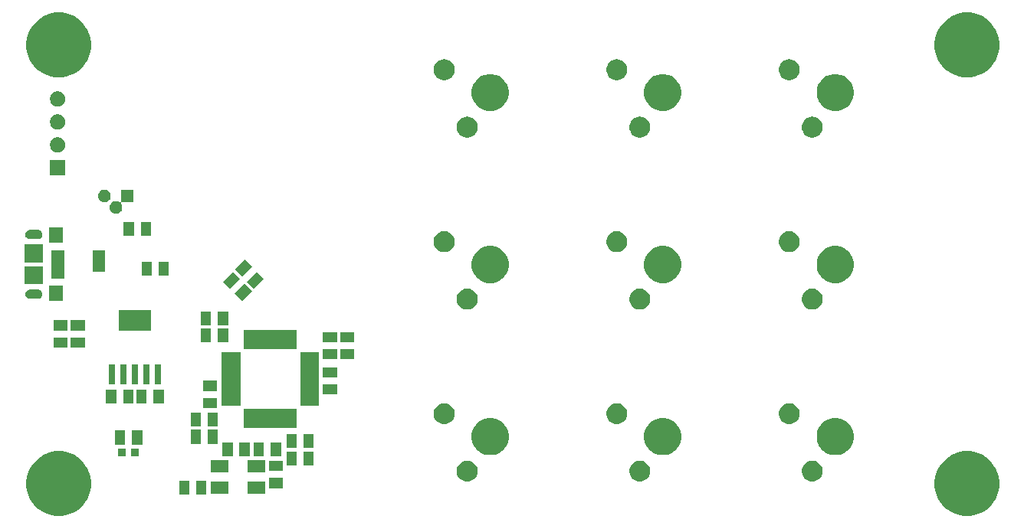
<source format=gbr>
G04 #@! TF.GenerationSoftware,KiCad,Pcbnew,(5.1.4)-1*
G04 #@! TF.CreationDate,2020-06-13T17:24:10-04:00*
G04 #@! TF.ProjectId,Keypad,4b657970-6164-42e6-9b69-6361645f7063,rev?*
G04 #@! TF.SameCoordinates,Original*
G04 #@! TF.FileFunction,Soldermask,Top*
G04 #@! TF.FilePolarity,Negative*
%FSLAX46Y46*%
G04 Gerber Fmt 4.6, Leading zero omitted, Abs format (unit mm)*
G04 Created by KiCad (PCBNEW (5.1.4)-1) date 2020-06-13 17:24:10*
%MOMM*%
%LPD*%
G04 APERTURE LIST*
%ADD10C,0.100000*%
G04 APERTURE END LIST*
D10*
G36*
X194588348Y-115723833D02*
G01*
X194933689Y-115792525D01*
X195584298Y-116062016D01*
X196169830Y-116453256D01*
X196667784Y-116951210D01*
X197059024Y-117536742D01*
X197328515Y-118187351D01*
X197465900Y-118878033D01*
X197465900Y-119582247D01*
X197328515Y-120272929D01*
X197059024Y-120923538D01*
X196667784Y-121509070D01*
X196169830Y-122007024D01*
X195584298Y-122398264D01*
X194933689Y-122667755D01*
X194588348Y-122736448D01*
X194243008Y-122805140D01*
X193538792Y-122805140D01*
X193193452Y-122736448D01*
X192848111Y-122667755D01*
X192197502Y-122398264D01*
X191611970Y-122007024D01*
X191114016Y-121509070D01*
X190722776Y-120923538D01*
X190453285Y-120272929D01*
X190315900Y-119582247D01*
X190315900Y-118878033D01*
X190453285Y-118187351D01*
X190722776Y-117536742D01*
X191114016Y-116951210D01*
X191611970Y-116453256D01*
X192197502Y-116062016D01*
X192848111Y-115792525D01*
X193193452Y-115723833D01*
X193538792Y-115655140D01*
X194243008Y-115655140D01*
X194588348Y-115723833D01*
X194588348Y-115723833D01*
G37*
G36*
X94258348Y-115723833D02*
G01*
X94603689Y-115792525D01*
X95254298Y-116062016D01*
X95839830Y-116453256D01*
X96337784Y-116951210D01*
X96729024Y-117536742D01*
X96998515Y-118187351D01*
X97135900Y-118878033D01*
X97135900Y-119582247D01*
X96998515Y-120272929D01*
X96729024Y-120923538D01*
X96337784Y-121509070D01*
X95839830Y-122007024D01*
X95254298Y-122398264D01*
X94603689Y-122667755D01*
X94258348Y-122736448D01*
X93913008Y-122805140D01*
X93208792Y-122805140D01*
X92863452Y-122736448D01*
X92518111Y-122667755D01*
X91867502Y-122398264D01*
X91281970Y-122007024D01*
X90784016Y-121509070D01*
X90392776Y-120923538D01*
X90123285Y-120272929D01*
X89985900Y-119582247D01*
X89985900Y-118878033D01*
X90123285Y-118187351D01*
X90392776Y-117536742D01*
X90784016Y-116951210D01*
X91281970Y-116453256D01*
X91867502Y-116062016D01*
X92518111Y-115792525D01*
X92863452Y-115723833D01*
X93208792Y-115655140D01*
X93913008Y-115655140D01*
X94258348Y-115723833D01*
X94258348Y-115723833D01*
G37*
G36*
X109884340Y-120459800D02*
G01*
X108759340Y-120459800D01*
X108759340Y-118909800D01*
X109884340Y-118909800D01*
X109884340Y-120459800D01*
X109884340Y-120459800D01*
G37*
G36*
X108009340Y-120459800D02*
G01*
X106884340Y-120459800D01*
X106884340Y-118909800D01*
X108009340Y-118909800D01*
X108009340Y-120459800D01*
X108009340Y-120459800D01*
G37*
G36*
X112329100Y-120362040D02*
G01*
X110379100Y-120362040D01*
X110379100Y-119012040D01*
X112329100Y-119012040D01*
X112329100Y-120362040D01*
X112329100Y-120362040D01*
G37*
G36*
X116329100Y-120362040D02*
G01*
X114379100Y-120362040D01*
X114379100Y-119012040D01*
X116329100Y-119012040D01*
X116329100Y-120362040D01*
X116329100Y-120362040D01*
G37*
G36*
X118326200Y-119721760D02*
G01*
X116776200Y-119721760D01*
X116776200Y-118596760D01*
X118326200Y-118596760D01*
X118326200Y-119721760D01*
X118326200Y-119721760D01*
G37*
G36*
X177021249Y-116704256D02*
G01*
X177132434Y-116726372D01*
X177341903Y-116813137D01*
X177530420Y-116939100D01*
X177690740Y-117099420D01*
X177816703Y-117287937D01*
X177903468Y-117497406D01*
X177947700Y-117719776D01*
X177947700Y-117946504D01*
X177903468Y-118168874D01*
X177816703Y-118378343D01*
X177690740Y-118566860D01*
X177530420Y-118727180D01*
X177341903Y-118853143D01*
X177132434Y-118939908D01*
X177021249Y-118962024D01*
X176910065Y-118984140D01*
X176683335Y-118984140D01*
X176572151Y-118962024D01*
X176460966Y-118939908D01*
X176251497Y-118853143D01*
X176062980Y-118727180D01*
X175902660Y-118566860D01*
X175776697Y-118378343D01*
X175689932Y-118168874D01*
X175645700Y-117946504D01*
X175645700Y-117719776D01*
X175689932Y-117497406D01*
X175776697Y-117287937D01*
X175902660Y-117099420D01*
X176062980Y-116939100D01*
X176251497Y-116813137D01*
X176460966Y-116726372D01*
X176572151Y-116704256D01*
X176683335Y-116682140D01*
X176910065Y-116682140D01*
X177021249Y-116704256D01*
X177021249Y-116704256D01*
G37*
G36*
X157961089Y-116704256D02*
G01*
X158072274Y-116726372D01*
X158281743Y-116813137D01*
X158470260Y-116939100D01*
X158630580Y-117099420D01*
X158756543Y-117287937D01*
X158843308Y-117497406D01*
X158887540Y-117719776D01*
X158887540Y-117946504D01*
X158843308Y-118168874D01*
X158756543Y-118378343D01*
X158630580Y-118566860D01*
X158470260Y-118727180D01*
X158281743Y-118853143D01*
X158072274Y-118939908D01*
X157961089Y-118962024D01*
X157849905Y-118984140D01*
X157623175Y-118984140D01*
X157511991Y-118962024D01*
X157400806Y-118939908D01*
X157191337Y-118853143D01*
X157002820Y-118727180D01*
X156842500Y-118566860D01*
X156716537Y-118378343D01*
X156629772Y-118168874D01*
X156585540Y-117946504D01*
X156585540Y-117719776D01*
X156629772Y-117497406D01*
X156716537Y-117287937D01*
X156842500Y-117099420D01*
X157002820Y-116939100D01*
X157191337Y-116813137D01*
X157400806Y-116726372D01*
X157511991Y-116704256D01*
X157623175Y-116682140D01*
X157849905Y-116682140D01*
X157961089Y-116704256D01*
X157961089Y-116704256D01*
G37*
G36*
X138900929Y-116704256D02*
G01*
X139012114Y-116726372D01*
X139221583Y-116813137D01*
X139410100Y-116939100D01*
X139570420Y-117099420D01*
X139696383Y-117287937D01*
X139783148Y-117497406D01*
X139827380Y-117719776D01*
X139827380Y-117946504D01*
X139783148Y-118168874D01*
X139696383Y-118378343D01*
X139570420Y-118566860D01*
X139410100Y-118727180D01*
X139221583Y-118853143D01*
X139012114Y-118939908D01*
X138900929Y-118962024D01*
X138789745Y-118984140D01*
X138563015Y-118984140D01*
X138451831Y-118962024D01*
X138340646Y-118939908D01*
X138131177Y-118853143D01*
X137942660Y-118727180D01*
X137782340Y-118566860D01*
X137656377Y-118378343D01*
X137569612Y-118168874D01*
X137525380Y-117946504D01*
X137525380Y-117719776D01*
X137569612Y-117497406D01*
X137656377Y-117287937D01*
X137782340Y-117099420D01*
X137942660Y-116939100D01*
X138131177Y-116813137D01*
X138340646Y-116726372D01*
X138451831Y-116704256D01*
X138563015Y-116682140D01*
X138789745Y-116682140D01*
X138900929Y-116704256D01*
X138900929Y-116704256D01*
G37*
G36*
X112329100Y-117962040D02*
G01*
X110379100Y-117962040D01*
X110379100Y-116612040D01*
X112329100Y-116612040D01*
X112329100Y-117962040D01*
X112329100Y-117962040D01*
G37*
G36*
X116329100Y-117962040D02*
G01*
X114379100Y-117962040D01*
X114379100Y-116612040D01*
X116329100Y-116612040D01*
X116329100Y-117962040D01*
X116329100Y-117962040D01*
G37*
G36*
X118326200Y-117846760D02*
G01*
X116776200Y-117846760D01*
X116776200Y-116721760D01*
X118326200Y-116721760D01*
X118326200Y-117846760D01*
X118326200Y-117846760D01*
G37*
G36*
X121728360Y-117208600D02*
G01*
X120603360Y-117208600D01*
X120603360Y-115658600D01*
X121728360Y-115658600D01*
X121728360Y-117208600D01*
X121728360Y-117208600D01*
G37*
G36*
X119853360Y-117208600D02*
G01*
X118728360Y-117208600D01*
X118728360Y-115658600D01*
X119853360Y-115658600D01*
X119853360Y-117208600D01*
X119853360Y-117208600D01*
G37*
G36*
X102431000Y-116225740D02*
G01*
X101531000Y-116225740D01*
X101531000Y-115325740D01*
X102431000Y-115325740D01*
X102431000Y-116225740D01*
X102431000Y-116225740D01*
G37*
G36*
X100970500Y-116225740D02*
G01*
X100070500Y-116225740D01*
X100070500Y-115325740D01*
X100970500Y-115325740D01*
X100970500Y-116225740D01*
X100970500Y-116225740D01*
G37*
G36*
X118111400Y-116195140D02*
G01*
X116986400Y-116195140D01*
X116986400Y-114645140D01*
X118111400Y-114645140D01*
X118111400Y-116195140D01*
X118111400Y-116195140D01*
G37*
G36*
X112769300Y-116195140D02*
G01*
X111644300Y-116195140D01*
X111644300Y-114645140D01*
X112769300Y-114645140D01*
X112769300Y-116195140D01*
X112769300Y-116195140D01*
G37*
G36*
X114644300Y-116195140D02*
G01*
X113519300Y-116195140D01*
X113519300Y-114645140D01*
X114644300Y-114645140D01*
X114644300Y-116195140D01*
X114644300Y-116195140D01*
G37*
G36*
X116236400Y-116195140D02*
G01*
X115111400Y-116195140D01*
X115111400Y-114645140D01*
X116236400Y-114645140D01*
X116236400Y-116195140D01*
X116236400Y-116195140D01*
G37*
G36*
X141814634Y-112050958D02*
G01*
X142187891Y-112205566D01*
X142187893Y-112205567D01*
X142523816Y-112430024D01*
X142809496Y-112715704D01*
X143033954Y-113051629D01*
X143188562Y-113424886D01*
X143267380Y-113821133D01*
X143267380Y-114225147D01*
X143188562Y-114621394D01*
X143178726Y-114645140D01*
X143033953Y-114994653D01*
X142809496Y-115330576D01*
X142523816Y-115616256D01*
X142187893Y-115840713D01*
X142187892Y-115840714D01*
X142187891Y-115840714D01*
X141814634Y-115995322D01*
X141418387Y-116074140D01*
X141014373Y-116074140D01*
X140618126Y-115995322D01*
X140244869Y-115840714D01*
X140244868Y-115840714D01*
X140244867Y-115840713D01*
X139908944Y-115616256D01*
X139623264Y-115330576D01*
X139398807Y-114994653D01*
X139254034Y-114645140D01*
X139244198Y-114621394D01*
X139165380Y-114225147D01*
X139165380Y-113821133D01*
X139244198Y-113424886D01*
X139398806Y-113051629D01*
X139623264Y-112715704D01*
X139908944Y-112430024D01*
X140244867Y-112205567D01*
X140244869Y-112205566D01*
X140618126Y-112050958D01*
X141014373Y-111972140D01*
X141418387Y-111972140D01*
X141814634Y-112050958D01*
X141814634Y-112050958D01*
G37*
G36*
X179934954Y-112050958D02*
G01*
X180308211Y-112205566D01*
X180308213Y-112205567D01*
X180644136Y-112430024D01*
X180929816Y-112715704D01*
X181154274Y-113051629D01*
X181308882Y-113424886D01*
X181387700Y-113821133D01*
X181387700Y-114225147D01*
X181308882Y-114621394D01*
X181299046Y-114645140D01*
X181154273Y-114994653D01*
X180929816Y-115330576D01*
X180644136Y-115616256D01*
X180308213Y-115840713D01*
X180308212Y-115840714D01*
X180308211Y-115840714D01*
X179934954Y-115995322D01*
X179538707Y-116074140D01*
X179134693Y-116074140D01*
X178738446Y-115995322D01*
X178365189Y-115840714D01*
X178365188Y-115840714D01*
X178365187Y-115840713D01*
X178029264Y-115616256D01*
X177743584Y-115330576D01*
X177519127Y-114994653D01*
X177374354Y-114645140D01*
X177364518Y-114621394D01*
X177285700Y-114225147D01*
X177285700Y-113821133D01*
X177364518Y-113424886D01*
X177519126Y-113051629D01*
X177743584Y-112715704D01*
X178029264Y-112430024D01*
X178365187Y-112205567D01*
X178365189Y-112205566D01*
X178738446Y-112050958D01*
X179134693Y-111972140D01*
X179538707Y-111972140D01*
X179934954Y-112050958D01*
X179934954Y-112050958D01*
G37*
G36*
X160874794Y-112050958D02*
G01*
X161248051Y-112205566D01*
X161248053Y-112205567D01*
X161583976Y-112430024D01*
X161869656Y-112715704D01*
X162094114Y-113051629D01*
X162248722Y-113424886D01*
X162327540Y-113821133D01*
X162327540Y-114225147D01*
X162248722Y-114621394D01*
X162238886Y-114645140D01*
X162094113Y-114994653D01*
X161869656Y-115330576D01*
X161583976Y-115616256D01*
X161248053Y-115840713D01*
X161248052Y-115840714D01*
X161248051Y-115840714D01*
X160874794Y-115995322D01*
X160478547Y-116074140D01*
X160074533Y-116074140D01*
X159678286Y-115995322D01*
X159305029Y-115840714D01*
X159305028Y-115840714D01*
X159305027Y-115840713D01*
X158969104Y-115616256D01*
X158683424Y-115330576D01*
X158458967Y-114994653D01*
X158314194Y-114645140D01*
X158304358Y-114621394D01*
X158225540Y-114225147D01*
X158225540Y-113821133D01*
X158304358Y-113424886D01*
X158458966Y-113051629D01*
X158683424Y-112715704D01*
X158969104Y-112430024D01*
X159305027Y-112205567D01*
X159305029Y-112205566D01*
X159678286Y-112050958D01*
X160074533Y-111972140D01*
X160478547Y-111972140D01*
X160874794Y-112050958D01*
X160874794Y-112050958D01*
G37*
G36*
X121730900Y-115306140D02*
G01*
X120605900Y-115306140D01*
X120605900Y-113756140D01*
X121730900Y-113756140D01*
X121730900Y-115306140D01*
X121730900Y-115306140D01*
G37*
G36*
X119855900Y-115306140D02*
G01*
X118730900Y-115306140D01*
X118730900Y-113756140D01*
X119855900Y-113756140D01*
X119855900Y-115306140D01*
X119855900Y-115306140D01*
G37*
G36*
X102782500Y-114899740D02*
G01*
X101657500Y-114899740D01*
X101657500Y-113349740D01*
X102782500Y-113349740D01*
X102782500Y-114899740D01*
X102782500Y-114899740D01*
G37*
G36*
X100907500Y-114899740D02*
G01*
X99782500Y-114899740D01*
X99782500Y-113349740D01*
X100907500Y-113349740D01*
X100907500Y-114899740D01*
X100907500Y-114899740D01*
G37*
G36*
X111151800Y-114810840D02*
G01*
X110026800Y-114810840D01*
X110026800Y-113260840D01*
X111151800Y-113260840D01*
X111151800Y-114810840D01*
X111151800Y-114810840D01*
G37*
G36*
X109276800Y-114810840D02*
G01*
X108151800Y-114810840D01*
X108151800Y-113260840D01*
X109276800Y-113260840D01*
X109276800Y-114810840D01*
X109276800Y-114810840D01*
G37*
G36*
X119878900Y-113076140D02*
G01*
X113978900Y-113076140D01*
X113978900Y-110976140D01*
X119878900Y-110976140D01*
X119878900Y-113076140D01*
X119878900Y-113076140D01*
G37*
G36*
X109264100Y-112916000D02*
G01*
X108139100Y-112916000D01*
X108139100Y-111366000D01*
X109264100Y-111366000D01*
X109264100Y-112916000D01*
X109264100Y-112916000D01*
G37*
G36*
X111139100Y-112916000D02*
G01*
X110014100Y-112916000D01*
X110014100Y-111366000D01*
X111139100Y-111366000D01*
X111139100Y-112916000D01*
X111139100Y-112916000D01*
G37*
G36*
X174481249Y-110354256D02*
G01*
X174592434Y-110376372D01*
X174801903Y-110463137D01*
X174990420Y-110589100D01*
X175150740Y-110749420D01*
X175276703Y-110937937D01*
X175363468Y-111147406D01*
X175407700Y-111369776D01*
X175407700Y-111596504D01*
X175363468Y-111818874D01*
X175276703Y-112028343D01*
X175150740Y-112216860D01*
X174990420Y-112377180D01*
X174801903Y-112503143D01*
X174592434Y-112589908D01*
X174481249Y-112612024D01*
X174370065Y-112634140D01*
X174143335Y-112634140D01*
X174032151Y-112612024D01*
X173920966Y-112589908D01*
X173711497Y-112503143D01*
X173522980Y-112377180D01*
X173362660Y-112216860D01*
X173236697Y-112028343D01*
X173149932Y-111818874D01*
X173105700Y-111596504D01*
X173105700Y-111369776D01*
X173149932Y-111147406D01*
X173236697Y-110937937D01*
X173362660Y-110749420D01*
X173522980Y-110589100D01*
X173711497Y-110463137D01*
X173920966Y-110376372D01*
X174032151Y-110354256D01*
X174143335Y-110332140D01*
X174370065Y-110332140D01*
X174481249Y-110354256D01*
X174481249Y-110354256D01*
G37*
G36*
X155421089Y-110354256D02*
G01*
X155532274Y-110376372D01*
X155741743Y-110463137D01*
X155930260Y-110589100D01*
X156090580Y-110749420D01*
X156216543Y-110937937D01*
X156303308Y-111147406D01*
X156347540Y-111369776D01*
X156347540Y-111596504D01*
X156303308Y-111818874D01*
X156216543Y-112028343D01*
X156090580Y-112216860D01*
X155930260Y-112377180D01*
X155741743Y-112503143D01*
X155532274Y-112589908D01*
X155421089Y-112612024D01*
X155309905Y-112634140D01*
X155083175Y-112634140D01*
X154971991Y-112612024D01*
X154860806Y-112589908D01*
X154651337Y-112503143D01*
X154462820Y-112377180D01*
X154302500Y-112216860D01*
X154176537Y-112028343D01*
X154089772Y-111818874D01*
X154045540Y-111596504D01*
X154045540Y-111369776D01*
X154089772Y-111147406D01*
X154176537Y-110937937D01*
X154302500Y-110749420D01*
X154462820Y-110589100D01*
X154651337Y-110463137D01*
X154860806Y-110376372D01*
X154971991Y-110354256D01*
X155083175Y-110332140D01*
X155309905Y-110332140D01*
X155421089Y-110354256D01*
X155421089Y-110354256D01*
G37*
G36*
X136360929Y-110354256D02*
G01*
X136472114Y-110376372D01*
X136681583Y-110463137D01*
X136870100Y-110589100D01*
X137030420Y-110749420D01*
X137156383Y-110937937D01*
X137243148Y-111147406D01*
X137287380Y-111369776D01*
X137287380Y-111596504D01*
X137243148Y-111818874D01*
X137156383Y-112028343D01*
X137030420Y-112216860D01*
X136870100Y-112377180D01*
X136681583Y-112503143D01*
X136472114Y-112589908D01*
X136360929Y-112612024D01*
X136249745Y-112634140D01*
X136023015Y-112634140D01*
X135911831Y-112612024D01*
X135800646Y-112589908D01*
X135591177Y-112503143D01*
X135402660Y-112377180D01*
X135242340Y-112216860D01*
X135116377Y-112028343D01*
X135029612Y-111818874D01*
X134985380Y-111596504D01*
X134985380Y-111369776D01*
X135029612Y-111147406D01*
X135116377Y-110937937D01*
X135242340Y-110749420D01*
X135402660Y-110589100D01*
X135591177Y-110463137D01*
X135800646Y-110376372D01*
X135911831Y-110354256D01*
X136023015Y-110332140D01*
X136249745Y-110332140D01*
X136360929Y-110354256D01*
X136360929Y-110354256D01*
G37*
G36*
X111061800Y-110862240D02*
G01*
X109511800Y-110862240D01*
X109511800Y-109737240D01*
X111061800Y-109737240D01*
X111061800Y-110862240D01*
X111061800Y-110862240D01*
G37*
G36*
X113625900Y-110623140D02*
G01*
X111525900Y-110623140D01*
X111525900Y-104723140D01*
X113625900Y-104723140D01*
X113625900Y-110623140D01*
X113625900Y-110623140D01*
G37*
G36*
X122331900Y-110623140D02*
G01*
X120231900Y-110623140D01*
X120231900Y-104723140D01*
X122331900Y-104723140D01*
X122331900Y-110623140D01*
X122331900Y-110623140D01*
G37*
G36*
X99916900Y-110353140D02*
G01*
X98791900Y-110353140D01*
X98791900Y-108803140D01*
X99916900Y-108803140D01*
X99916900Y-110353140D01*
X99916900Y-110353140D01*
G37*
G36*
X101791900Y-110353140D02*
G01*
X100666900Y-110353140D01*
X100666900Y-108803140D01*
X101791900Y-108803140D01*
X101791900Y-110353140D01*
X101791900Y-110353140D01*
G37*
G36*
X103282400Y-110353140D02*
G01*
X102157400Y-110353140D01*
X102157400Y-108803140D01*
X103282400Y-108803140D01*
X103282400Y-110353140D01*
X103282400Y-110353140D01*
G37*
G36*
X105157400Y-110353140D02*
G01*
X104032400Y-110353140D01*
X104032400Y-108803140D01*
X105157400Y-108803140D01*
X105157400Y-110353140D01*
X105157400Y-110353140D01*
G37*
G36*
X124307900Y-109363640D02*
G01*
X122757900Y-109363640D01*
X122757900Y-108238640D01*
X124307900Y-108238640D01*
X124307900Y-109363640D01*
X124307900Y-109363640D01*
G37*
G36*
X111061800Y-108987240D02*
G01*
X109511800Y-108987240D01*
X109511800Y-107862240D01*
X111061800Y-107862240D01*
X111061800Y-108987240D01*
X111061800Y-108987240D01*
G37*
G36*
X99808100Y-108256140D02*
G01*
X99099300Y-108256140D01*
X99099300Y-106048740D01*
X99808100Y-106048740D01*
X99808100Y-108256140D01*
X99808100Y-108256140D01*
G37*
G36*
X104888100Y-108256140D02*
G01*
X104179300Y-108256140D01*
X104179300Y-106048740D01*
X104888100Y-106048740D01*
X104888100Y-108256140D01*
X104888100Y-108256140D01*
G37*
G36*
X103618100Y-108256140D02*
G01*
X102909300Y-108256140D01*
X102909300Y-106048740D01*
X103618100Y-106048740D01*
X103618100Y-108256140D01*
X103618100Y-108256140D01*
G37*
G36*
X102348100Y-108256140D02*
G01*
X101639300Y-108256140D01*
X101639300Y-106048740D01*
X102348100Y-106048740D01*
X102348100Y-108256140D01*
X102348100Y-108256140D01*
G37*
G36*
X101078100Y-108256140D02*
G01*
X100369300Y-108256140D01*
X100369300Y-106048740D01*
X101078100Y-106048740D01*
X101078100Y-108256140D01*
X101078100Y-108256140D01*
G37*
G36*
X124307900Y-107488640D02*
G01*
X122757900Y-107488640D01*
X122757900Y-106363640D01*
X124307900Y-106363640D01*
X124307900Y-107488640D01*
X124307900Y-107488640D01*
G37*
G36*
X126210360Y-105487600D02*
G01*
X124660360Y-105487600D01*
X124660360Y-104362600D01*
X126210360Y-104362600D01*
X126210360Y-105487600D01*
X126210360Y-105487600D01*
G37*
G36*
X124305360Y-105485060D02*
G01*
X122755360Y-105485060D01*
X122755360Y-104360060D01*
X124305360Y-104360060D01*
X124305360Y-105485060D01*
X124305360Y-105485060D01*
G37*
G36*
X119878900Y-104370140D02*
G01*
X113978900Y-104370140D01*
X113978900Y-102270140D01*
X119878900Y-102270140D01*
X119878900Y-104370140D01*
X119878900Y-104370140D01*
G37*
G36*
X96439020Y-104166800D02*
G01*
X94889020Y-104166800D01*
X94889020Y-103041800D01*
X96439020Y-103041800D01*
X96439020Y-104166800D01*
X96439020Y-104166800D01*
G37*
G36*
X94534020Y-104166800D02*
G01*
X92984020Y-104166800D01*
X92984020Y-103041800D01*
X94534020Y-103041800D01*
X94534020Y-104166800D01*
X94534020Y-104166800D01*
G37*
G36*
X112266860Y-103619600D02*
G01*
X111141860Y-103619600D01*
X111141860Y-102069600D01*
X112266860Y-102069600D01*
X112266860Y-103619600D01*
X112266860Y-103619600D01*
G37*
G36*
X110391860Y-103619600D02*
G01*
X109266860Y-103619600D01*
X109266860Y-102069600D01*
X110391860Y-102069600D01*
X110391860Y-103619600D01*
X110391860Y-103619600D01*
G37*
G36*
X126210360Y-103612600D02*
G01*
X124660360Y-103612600D01*
X124660360Y-102487600D01*
X126210360Y-102487600D01*
X126210360Y-103612600D01*
X126210360Y-103612600D01*
G37*
G36*
X124305360Y-103610060D02*
G01*
X122755360Y-103610060D01*
X122755360Y-102485060D01*
X124305360Y-102485060D01*
X124305360Y-103610060D01*
X124305360Y-103610060D01*
G37*
G36*
X103793700Y-102358840D02*
G01*
X100193700Y-102358840D01*
X100193700Y-100058840D01*
X103793700Y-100058840D01*
X103793700Y-102358840D01*
X103793700Y-102358840D01*
G37*
G36*
X96439020Y-102291800D02*
G01*
X94889020Y-102291800D01*
X94889020Y-101166800D01*
X96439020Y-101166800D01*
X96439020Y-102291800D01*
X96439020Y-102291800D01*
G37*
G36*
X94534020Y-102291800D02*
G01*
X92984020Y-102291800D01*
X92984020Y-101166800D01*
X94534020Y-101166800D01*
X94534020Y-102291800D01*
X94534020Y-102291800D01*
G37*
G36*
X110394400Y-101742540D02*
G01*
X109269400Y-101742540D01*
X109269400Y-100192540D01*
X110394400Y-100192540D01*
X110394400Y-101742540D01*
X110394400Y-101742540D01*
G37*
G36*
X112269400Y-101742540D02*
G01*
X111144400Y-101742540D01*
X111144400Y-100192540D01*
X112269400Y-100192540D01*
X112269400Y-101742540D01*
X112269400Y-101742540D01*
G37*
G36*
X138900929Y-97684736D02*
G01*
X139012114Y-97706852D01*
X139221583Y-97793617D01*
X139410100Y-97919580D01*
X139570420Y-98079900D01*
X139696383Y-98268417D01*
X139778138Y-98465790D01*
X139783148Y-98477887D01*
X139825683Y-98691722D01*
X139827380Y-98700256D01*
X139827380Y-98926984D01*
X139783148Y-99149354D01*
X139696383Y-99358823D01*
X139570420Y-99547340D01*
X139410100Y-99707660D01*
X139221583Y-99833623D01*
X139012114Y-99920388D01*
X138900929Y-99942504D01*
X138789745Y-99964620D01*
X138563015Y-99964620D01*
X138451831Y-99942504D01*
X138340646Y-99920388D01*
X138131177Y-99833623D01*
X137942660Y-99707660D01*
X137782340Y-99547340D01*
X137656377Y-99358823D01*
X137569612Y-99149354D01*
X137525380Y-98926984D01*
X137525380Y-98700256D01*
X137527078Y-98691722D01*
X137569612Y-98477887D01*
X137574623Y-98465790D01*
X137656377Y-98268417D01*
X137782340Y-98079900D01*
X137942660Y-97919580D01*
X138131177Y-97793617D01*
X138340646Y-97706852D01*
X138451831Y-97684736D01*
X138563015Y-97662620D01*
X138789745Y-97662620D01*
X138900929Y-97684736D01*
X138900929Y-97684736D01*
G37*
G36*
X157961089Y-97684736D02*
G01*
X158072274Y-97706852D01*
X158281743Y-97793617D01*
X158470260Y-97919580D01*
X158630580Y-98079900D01*
X158756543Y-98268417D01*
X158838298Y-98465790D01*
X158843308Y-98477887D01*
X158885843Y-98691722D01*
X158887540Y-98700256D01*
X158887540Y-98926984D01*
X158843308Y-99149354D01*
X158756543Y-99358823D01*
X158630580Y-99547340D01*
X158470260Y-99707660D01*
X158281743Y-99833623D01*
X158072274Y-99920388D01*
X157961089Y-99942504D01*
X157849905Y-99964620D01*
X157623175Y-99964620D01*
X157511991Y-99942504D01*
X157400806Y-99920388D01*
X157191337Y-99833623D01*
X157002820Y-99707660D01*
X156842500Y-99547340D01*
X156716537Y-99358823D01*
X156629772Y-99149354D01*
X156585540Y-98926984D01*
X156585540Y-98700256D01*
X156587238Y-98691722D01*
X156629772Y-98477887D01*
X156634783Y-98465790D01*
X156716537Y-98268417D01*
X156842500Y-98079900D01*
X157002820Y-97919580D01*
X157191337Y-97793617D01*
X157400806Y-97706852D01*
X157511991Y-97684736D01*
X157623175Y-97662620D01*
X157849905Y-97662620D01*
X157961089Y-97684736D01*
X157961089Y-97684736D01*
G37*
G36*
X177021249Y-97684736D02*
G01*
X177132434Y-97706852D01*
X177341903Y-97793617D01*
X177530420Y-97919580D01*
X177690740Y-98079900D01*
X177816703Y-98268417D01*
X177898458Y-98465790D01*
X177903468Y-98477887D01*
X177946003Y-98691722D01*
X177947700Y-98700256D01*
X177947700Y-98926984D01*
X177903468Y-99149354D01*
X177816703Y-99358823D01*
X177690740Y-99547340D01*
X177530420Y-99707660D01*
X177341903Y-99833623D01*
X177132434Y-99920388D01*
X177021249Y-99942504D01*
X176910065Y-99964620D01*
X176683335Y-99964620D01*
X176572151Y-99942504D01*
X176460966Y-99920388D01*
X176251497Y-99833623D01*
X176062980Y-99707660D01*
X175902660Y-99547340D01*
X175776697Y-99358823D01*
X175689932Y-99149354D01*
X175645700Y-98926984D01*
X175645700Y-98700256D01*
X175647398Y-98691722D01*
X175689932Y-98477887D01*
X175694943Y-98465790D01*
X175776697Y-98268417D01*
X175902660Y-98079900D01*
X176062980Y-97919580D01*
X176251497Y-97793617D01*
X176460966Y-97706852D01*
X176572151Y-97684736D01*
X176683335Y-97662620D01*
X176910065Y-97662620D01*
X177021249Y-97684736D01*
X177021249Y-97684736D01*
G37*
G36*
X94018700Y-99024140D02*
G01*
X92516700Y-99024140D01*
X92516700Y-97322140D01*
X94018700Y-97322140D01*
X94018700Y-99024140D01*
X94018700Y-99024140D01*
G37*
G36*
X114892668Y-97896253D02*
G01*
X113796653Y-98992268D01*
X113001158Y-98196773D01*
X114097173Y-97100758D01*
X114892668Y-97896253D01*
X114892668Y-97896253D01*
G37*
G36*
X91365913Y-97779389D02*
G01*
X91460352Y-97808037D01*
X91547387Y-97854558D01*
X91623675Y-97917165D01*
X91686282Y-97993453D01*
X91732803Y-98080488D01*
X91761451Y-98174927D01*
X91771124Y-98273140D01*
X91761451Y-98371353D01*
X91732803Y-98465792D01*
X91686282Y-98552827D01*
X91623675Y-98629115D01*
X91547387Y-98691722D01*
X91460352Y-98738243D01*
X91365913Y-98766891D01*
X91292312Y-98774140D01*
X90343088Y-98774140D01*
X90269487Y-98766891D01*
X90175048Y-98738243D01*
X90088013Y-98691722D01*
X90011725Y-98629115D01*
X89949118Y-98552827D01*
X89902597Y-98465792D01*
X89873949Y-98371353D01*
X89864276Y-98273140D01*
X89873949Y-98174927D01*
X89902597Y-98080488D01*
X89949118Y-97993453D01*
X90011725Y-97917165D01*
X90088013Y-97854558D01*
X90175048Y-97808037D01*
X90269487Y-97779389D01*
X90343088Y-97772140D01*
X91292312Y-97772140D01*
X91365913Y-97779389D01*
X91365913Y-97779389D01*
G37*
G36*
X116213468Y-96575453D02*
G01*
X115117453Y-97671468D01*
X114321958Y-96875973D01*
X115417973Y-95779958D01*
X116213468Y-96575453D01*
X116213468Y-96575453D01*
G37*
G36*
X113566842Y-96570427D02*
G01*
X112470827Y-97666442D01*
X111675332Y-96870947D01*
X112771347Y-95774932D01*
X113566842Y-96570427D01*
X113566842Y-96570427D01*
G37*
G36*
X91818700Y-97174140D02*
G01*
X89816700Y-97174140D01*
X89816700Y-95172140D01*
X91818700Y-95172140D01*
X91818700Y-97174140D01*
X91818700Y-97174140D01*
G37*
G36*
X141814634Y-93031438D02*
G01*
X142187891Y-93186046D01*
X142187893Y-93186047D01*
X142523816Y-93410504D01*
X142809496Y-93696184D01*
X142961812Y-93924140D01*
X143033954Y-94032109D01*
X143188562Y-94405366D01*
X143267380Y-94801613D01*
X143267380Y-95205627D01*
X143188562Y-95601874D01*
X143116879Y-95774932D01*
X143033953Y-95975133D01*
X142809496Y-96311056D01*
X142523816Y-96596736D01*
X142187893Y-96821193D01*
X142187892Y-96821194D01*
X142187891Y-96821194D01*
X141814634Y-96975802D01*
X141418387Y-97054620D01*
X141014373Y-97054620D01*
X140618126Y-96975802D01*
X140244869Y-96821194D01*
X140244868Y-96821194D01*
X140244867Y-96821193D01*
X139908944Y-96596736D01*
X139623264Y-96311056D01*
X139398807Y-95975133D01*
X139315881Y-95774932D01*
X139244198Y-95601874D01*
X139165380Y-95205627D01*
X139165380Y-94801613D01*
X139244198Y-94405366D01*
X139398806Y-94032109D01*
X139470949Y-93924140D01*
X139623264Y-93696184D01*
X139908944Y-93410504D01*
X140244867Y-93186047D01*
X140244869Y-93186046D01*
X140618126Y-93031438D01*
X141014373Y-92952620D01*
X141418387Y-92952620D01*
X141814634Y-93031438D01*
X141814634Y-93031438D01*
G37*
G36*
X160874794Y-93031438D02*
G01*
X161248051Y-93186046D01*
X161248053Y-93186047D01*
X161583976Y-93410504D01*
X161869656Y-93696184D01*
X162021972Y-93924140D01*
X162094114Y-94032109D01*
X162248722Y-94405366D01*
X162327540Y-94801613D01*
X162327540Y-95205627D01*
X162248722Y-95601874D01*
X162177039Y-95774932D01*
X162094113Y-95975133D01*
X161869656Y-96311056D01*
X161583976Y-96596736D01*
X161248053Y-96821193D01*
X161248052Y-96821194D01*
X161248051Y-96821194D01*
X160874794Y-96975802D01*
X160478547Y-97054620D01*
X160074533Y-97054620D01*
X159678286Y-96975802D01*
X159305029Y-96821194D01*
X159305028Y-96821194D01*
X159305027Y-96821193D01*
X158969104Y-96596736D01*
X158683424Y-96311056D01*
X158458967Y-95975133D01*
X158376041Y-95774932D01*
X158304358Y-95601874D01*
X158225540Y-95205627D01*
X158225540Y-94801613D01*
X158304358Y-94405366D01*
X158458966Y-94032109D01*
X158531109Y-93924140D01*
X158683424Y-93696184D01*
X158969104Y-93410504D01*
X159305027Y-93186047D01*
X159305029Y-93186046D01*
X159678286Y-93031438D01*
X160074533Y-92952620D01*
X160478547Y-92952620D01*
X160874794Y-93031438D01*
X160874794Y-93031438D01*
G37*
G36*
X179934954Y-93031438D02*
G01*
X180308211Y-93186046D01*
X180308213Y-93186047D01*
X180644136Y-93410504D01*
X180929816Y-93696184D01*
X181082132Y-93924140D01*
X181154274Y-94032109D01*
X181308882Y-94405366D01*
X181387700Y-94801613D01*
X181387700Y-95205627D01*
X181308882Y-95601874D01*
X181237199Y-95774932D01*
X181154273Y-95975133D01*
X180929816Y-96311056D01*
X180644136Y-96596736D01*
X180308213Y-96821193D01*
X180308212Y-96821194D01*
X180308211Y-96821194D01*
X179934954Y-96975802D01*
X179538707Y-97054620D01*
X179134693Y-97054620D01*
X178738446Y-96975802D01*
X178365189Y-96821194D01*
X178365188Y-96821194D01*
X178365187Y-96821193D01*
X178029264Y-96596736D01*
X177743584Y-96311056D01*
X177519127Y-95975133D01*
X177436201Y-95774932D01*
X177364518Y-95601874D01*
X177285700Y-95205627D01*
X177285700Y-94801613D01*
X177364518Y-94405366D01*
X177519126Y-94032109D01*
X177591269Y-93924140D01*
X177743584Y-93696184D01*
X178029264Y-93410504D01*
X178365187Y-93186047D01*
X178365189Y-93186046D01*
X178738446Y-93031438D01*
X179134693Y-92952620D01*
X179538707Y-92952620D01*
X179934954Y-93031438D01*
X179934954Y-93031438D01*
G37*
G36*
X94218700Y-96524140D02*
G01*
X92766700Y-96524140D01*
X92766700Y-93422140D01*
X94218700Y-93422140D01*
X94218700Y-96524140D01*
X94218700Y-96524140D01*
G37*
G36*
X114887642Y-95249627D02*
G01*
X113791627Y-96345642D01*
X112996132Y-95550147D01*
X114092147Y-94454132D01*
X114887642Y-95249627D01*
X114887642Y-95249627D01*
G37*
G36*
X103853900Y-96240900D02*
G01*
X102728900Y-96240900D01*
X102728900Y-94690900D01*
X103853900Y-94690900D01*
X103853900Y-96240900D01*
X103853900Y-96240900D01*
G37*
G36*
X105728900Y-96240900D02*
G01*
X104603900Y-96240900D01*
X104603900Y-94690900D01*
X105728900Y-94690900D01*
X105728900Y-96240900D01*
X105728900Y-96240900D01*
G37*
G36*
X98697440Y-95804480D02*
G01*
X97337440Y-95804480D01*
X97337440Y-93454480D01*
X98697440Y-93454480D01*
X98697440Y-95804480D01*
X98697440Y-95804480D01*
G37*
G36*
X91818700Y-94774140D02*
G01*
X89816700Y-94774140D01*
X89816700Y-92772140D01*
X91818700Y-92772140D01*
X91818700Y-94774140D01*
X91818700Y-94774140D01*
G37*
G36*
X136360929Y-91334736D02*
G01*
X136472114Y-91356852D01*
X136681583Y-91443617D01*
X136870100Y-91569580D01*
X137030420Y-91729900D01*
X137156383Y-91918417D01*
X137243148Y-92127886D01*
X137287380Y-92350256D01*
X137287380Y-92576984D01*
X137243148Y-92799354D01*
X137156383Y-93008823D01*
X137030420Y-93197340D01*
X136870100Y-93357660D01*
X136681583Y-93483623D01*
X136472114Y-93570388D01*
X136360929Y-93592504D01*
X136249745Y-93614620D01*
X136023015Y-93614620D01*
X135911831Y-93592504D01*
X135800646Y-93570388D01*
X135591177Y-93483623D01*
X135402660Y-93357660D01*
X135242340Y-93197340D01*
X135116377Y-93008823D01*
X135029612Y-92799354D01*
X134985380Y-92576984D01*
X134985380Y-92350256D01*
X135029612Y-92127886D01*
X135116377Y-91918417D01*
X135242340Y-91729900D01*
X135402660Y-91569580D01*
X135591177Y-91443617D01*
X135800646Y-91356852D01*
X135911831Y-91334736D01*
X136023015Y-91312620D01*
X136249745Y-91312620D01*
X136360929Y-91334736D01*
X136360929Y-91334736D01*
G37*
G36*
X174481249Y-91334736D02*
G01*
X174592434Y-91356852D01*
X174801903Y-91443617D01*
X174990420Y-91569580D01*
X175150740Y-91729900D01*
X175276703Y-91918417D01*
X175363468Y-92127886D01*
X175407700Y-92350256D01*
X175407700Y-92576984D01*
X175363468Y-92799354D01*
X175276703Y-93008823D01*
X175150740Y-93197340D01*
X174990420Y-93357660D01*
X174801903Y-93483623D01*
X174592434Y-93570388D01*
X174481249Y-93592504D01*
X174370065Y-93614620D01*
X174143335Y-93614620D01*
X174032151Y-93592504D01*
X173920966Y-93570388D01*
X173711497Y-93483623D01*
X173522980Y-93357660D01*
X173362660Y-93197340D01*
X173236697Y-93008823D01*
X173149932Y-92799354D01*
X173105700Y-92576984D01*
X173105700Y-92350256D01*
X173149932Y-92127886D01*
X173236697Y-91918417D01*
X173362660Y-91729900D01*
X173522980Y-91569580D01*
X173711497Y-91443617D01*
X173920966Y-91356852D01*
X174032151Y-91334736D01*
X174143335Y-91312620D01*
X174370065Y-91312620D01*
X174481249Y-91334736D01*
X174481249Y-91334736D01*
G37*
G36*
X155421089Y-91334736D02*
G01*
X155532274Y-91356852D01*
X155741743Y-91443617D01*
X155930260Y-91569580D01*
X156090580Y-91729900D01*
X156216543Y-91918417D01*
X156303308Y-92127886D01*
X156347540Y-92350256D01*
X156347540Y-92576984D01*
X156303308Y-92799354D01*
X156216543Y-93008823D01*
X156090580Y-93197340D01*
X155930260Y-93357660D01*
X155741743Y-93483623D01*
X155532274Y-93570388D01*
X155421089Y-93592504D01*
X155309905Y-93614620D01*
X155083175Y-93614620D01*
X154971991Y-93592504D01*
X154860806Y-93570388D01*
X154651337Y-93483623D01*
X154462820Y-93357660D01*
X154302500Y-93197340D01*
X154176537Y-93008823D01*
X154089772Y-92799354D01*
X154045540Y-92576984D01*
X154045540Y-92350256D01*
X154089772Y-92127886D01*
X154176537Y-91918417D01*
X154302500Y-91729900D01*
X154462820Y-91569580D01*
X154651337Y-91443617D01*
X154860806Y-91356852D01*
X154971991Y-91334736D01*
X155083175Y-91312620D01*
X155309905Y-91312620D01*
X155421089Y-91334736D01*
X155421089Y-91334736D01*
G37*
G36*
X94018700Y-92624140D02*
G01*
X92516700Y-92624140D01*
X92516700Y-90922140D01*
X94018700Y-90922140D01*
X94018700Y-92624140D01*
X94018700Y-92624140D01*
G37*
G36*
X91365913Y-91179389D02*
G01*
X91460352Y-91208037D01*
X91547387Y-91254558D01*
X91623675Y-91317165D01*
X91686282Y-91393453D01*
X91732803Y-91480488D01*
X91761451Y-91574927D01*
X91771124Y-91673140D01*
X91761451Y-91771353D01*
X91732803Y-91865792D01*
X91686282Y-91952827D01*
X91623675Y-92029115D01*
X91547387Y-92091722D01*
X91460352Y-92138243D01*
X91365913Y-92166891D01*
X91292312Y-92174140D01*
X90343088Y-92174140D01*
X90269487Y-92166891D01*
X90175048Y-92138243D01*
X90088013Y-92091722D01*
X90011725Y-92029115D01*
X89949118Y-91952827D01*
X89902597Y-91865792D01*
X89873949Y-91771353D01*
X89864276Y-91673140D01*
X89873949Y-91574927D01*
X89902597Y-91480488D01*
X89949118Y-91393453D01*
X90011725Y-91317165D01*
X90088013Y-91254558D01*
X90175048Y-91208037D01*
X90269487Y-91179389D01*
X90343088Y-91172140D01*
X91292312Y-91172140D01*
X91365913Y-91179389D01*
X91365913Y-91179389D01*
G37*
G36*
X103735000Y-91859400D02*
G01*
X102610000Y-91859400D01*
X102610000Y-90309400D01*
X103735000Y-90309400D01*
X103735000Y-91859400D01*
X103735000Y-91859400D01*
G37*
G36*
X101860000Y-91859400D02*
G01*
X100735000Y-91859400D01*
X100735000Y-90309400D01*
X101860000Y-90309400D01*
X101860000Y-91859400D01*
X101860000Y-91859400D01*
G37*
G36*
X101843800Y-88102400D02*
G01*
X100569549Y-88102400D01*
X100545163Y-88104802D01*
X100521714Y-88111915D01*
X100500103Y-88123466D01*
X100481161Y-88139011D01*
X100465616Y-88157953D01*
X100454065Y-88179564D01*
X100446952Y-88203013D01*
X100444550Y-88227399D01*
X100446952Y-88251785D01*
X100454065Y-88275234D01*
X100465616Y-88296844D01*
X100494018Y-88339351D01*
X100546862Y-88466927D01*
X100573800Y-88602356D01*
X100573800Y-88740444D01*
X100546862Y-88875873D01*
X100494018Y-89003449D01*
X100417305Y-89118259D01*
X100319659Y-89215905D01*
X100204849Y-89292618D01*
X100077273Y-89345462D01*
X99941844Y-89372400D01*
X99803756Y-89372400D01*
X99668327Y-89345462D01*
X99540751Y-89292618D01*
X99425941Y-89215905D01*
X99328295Y-89118259D01*
X99251582Y-89003449D01*
X99198738Y-88875873D01*
X99171800Y-88740444D01*
X99171800Y-88602356D01*
X99198738Y-88466927D01*
X99251582Y-88339351D01*
X99328295Y-88224541D01*
X99425941Y-88126895D01*
X99540751Y-88050182D01*
X99668327Y-87997338D01*
X99803756Y-87970400D01*
X99941844Y-87970400D01*
X100077273Y-87997338D01*
X100204849Y-88050182D01*
X100247356Y-88078584D01*
X100268967Y-88090135D01*
X100292416Y-88097248D01*
X100316802Y-88099650D01*
X100341188Y-88097248D01*
X100364637Y-88090135D01*
X100386247Y-88078583D01*
X100405189Y-88063038D01*
X100420734Y-88044096D01*
X100432285Y-88022485D01*
X100439398Y-87999036D01*
X100441800Y-87974651D01*
X100441800Y-86700400D01*
X101843800Y-86700400D01*
X101843800Y-88102400D01*
X101843800Y-88102400D01*
G37*
G36*
X98807273Y-86727338D02*
G01*
X98934849Y-86780182D01*
X99049659Y-86856895D01*
X99147305Y-86954541D01*
X99224018Y-87069351D01*
X99276862Y-87196927D01*
X99303800Y-87332356D01*
X99303800Y-87470444D01*
X99276862Y-87605873D01*
X99224018Y-87733449D01*
X99147305Y-87848259D01*
X99049659Y-87945905D01*
X98934849Y-88022618D01*
X98807273Y-88075462D01*
X98671844Y-88102400D01*
X98533756Y-88102400D01*
X98398327Y-88075462D01*
X98270751Y-88022618D01*
X98155941Y-87945905D01*
X98058295Y-87848259D01*
X97981582Y-87733449D01*
X97928738Y-87605873D01*
X97901800Y-87470444D01*
X97901800Y-87332356D01*
X97928738Y-87196927D01*
X97981582Y-87069351D01*
X98058295Y-86954541D01*
X98155941Y-86856895D01*
X98270751Y-86780182D01*
X98398327Y-86727338D01*
X98533756Y-86700400D01*
X98671844Y-86700400D01*
X98807273Y-86727338D01*
X98807273Y-86727338D01*
G37*
G36*
X94270900Y-85142140D02*
G01*
X92596900Y-85142140D01*
X92596900Y-83468140D01*
X94270900Y-83468140D01*
X94270900Y-85142140D01*
X94270900Y-85142140D01*
G37*
G36*
X93678044Y-80960305D02*
G01*
X93830368Y-81023399D01*
X93967456Y-81114999D01*
X94084041Y-81231584D01*
X94175641Y-81368672D01*
X94238735Y-81520996D01*
X94270900Y-81682701D01*
X94270900Y-81847579D01*
X94238735Y-82009284D01*
X94175641Y-82161608D01*
X94084041Y-82298696D01*
X93967456Y-82415281D01*
X93830368Y-82506881D01*
X93678044Y-82569975D01*
X93516339Y-82602140D01*
X93351461Y-82602140D01*
X93189756Y-82569975D01*
X93037432Y-82506881D01*
X92900344Y-82415281D01*
X92783759Y-82298696D01*
X92692159Y-82161608D01*
X92629065Y-82009284D01*
X92596900Y-81847579D01*
X92596900Y-81682701D01*
X92629065Y-81520996D01*
X92692159Y-81368672D01*
X92783759Y-81231584D01*
X92900344Y-81114999D01*
X93037432Y-81023399D01*
X93189756Y-80960305D01*
X93351461Y-80928140D01*
X93516339Y-80928140D01*
X93678044Y-80960305D01*
X93678044Y-80960305D01*
G37*
G36*
X177021249Y-78667756D02*
G01*
X177132434Y-78689872D01*
X177341903Y-78776637D01*
X177530420Y-78902600D01*
X177690740Y-79062920D01*
X177744049Y-79142703D01*
X177816704Y-79251439D01*
X177903468Y-79460907D01*
X177947700Y-79683275D01*
X177947700Y-79910005D01*
X177925584Y-80021189D01*
X177903468Y-80132374D01*
X177816703Y-80341843D01*
X177690740Y-80530360D01*
X177530420Y-80690680D01*
X177341903Y-80816643D01*
X177132434Y-80903408D01*
X177021249Y-80925524D01*
X176910065Y-80947640D01*
X176683335Y-80947640D01*
X176572151Y-80925524D01*
X176460966Y-80903408D01*
X176251497Y-80816643D01*
X176062980Y-80690680D01*
X175902660Y-80530360D01*
X175776697Y-80341843D01*
X175689932Y-80132374D01*
X175667816Y-80021189D01*
X175645700Y-79910005D01*
X175645700Y-79683275D01*
X175689932Y-79460907D01*
X175776696Y-79251439D01*
X175849351Y-79142703D01*
X175902660Y-79062920D01*
X176062980Y-78902600D01*
X176251497Y-78776637D01*
X176460966Y-78689872D01*
X176572151Y-78667756D01*
X176683335Y-78645640D01*
X176910065Y-78645640D01*
X177021249Y-78667756D01*
X177021249Y-78667756D01*
G37*
G36*
X138900929Y-78667756D02*
G01*
X139012114Y-78689872D01*
X139221583Y-78776637D01*
X139410100Y-78902600D01*
X139570420Y-79062920D01*
X139623729Y-79142703D01*
X139696384Y-79251439D01*
X139783148Y-79460907D01*
X139827380Y-79683275D01*
X139827380Y-79910005D01*
X139805264Y-80021189D01*
X139783148Y-80132374D01*
X139696383Y-80341843D01*
X139570420Y-80530360D01*
X139410100Y-80690680D01*
X139221583Y-80816643D01*
X139012114Y-80903408D01*
X138900929Y-80925524D01*
X138789745Y-80947640D01*
X138563015Y-80947640D01*
X138451831Y-80925524D01*
X138340646Y-80903408D01*
X138131177Y-80816643D01*
X137942660Y-80690680D01*
X137782340Y-80530360D01*
X137656377Y-80341843D01*
X137569612Y-80132374D01*
X137547496Y-80021189D01*
X137525380Y-79910005D01*
X137525380Y-79683275D01*
X137569612Y-79460907D01*
X137656376Y-79251439D01*
X137729031Y-79142703D01*
X137782340Y-79062920D01*
X137942660Y-78902600D01*
X138131177Y-78776637D01*
X138340646Y-78689872D01*
X138451831Y-78667756D01*
X138563015Y-78645640D01*
X138789745Y-78645640D01*
X138900929Y-78667756D01*
X138900929Y-78667756D01*
G37*
G36*
X157961089Y-78667756D02*
G01*
X158072274Y-78689872D01*
X158281743Y-78776637D01*
X158470260Y-78902600D01*
X158630580Y-79062920D01*
X158683889Y-79142703D01*
X158756544Y-79251439D01*
X158843308Y-79460907D01*
X158887540Y-79683275D01*
X158887540Y-79910005D01*
X158865424Y-80021189D01*
X158843308Y-80132374D01*
X158756543Y-80341843D01*
X158630580Y-80530360D01*
X158470260Y-80690680D01*
X158281743Y-80816643D01*
X158072274Y-80903408D01*
X157961089Y-80925524D01*
X157849905Y-80947640D01*
X157623175Y-80947640D01*
X157511991Y-80925524D01*
X157400806Y-80903408D01*
X157191337Y-80816643D01*
X157002820Y-80690680D01*
X156842500Y-80530360D01*
X156716537Y-80341843D01*
X156629772Y-80132374D01*
X156607656Y-80021189D01*
X156585540Y-79910005D01*
X156585540Y-79683275D01*
X156629772Y-79460907D01*
X156716536Y-79251439D01*
X156789191Y-79142703D01*
X156842500Y-79062920D01*
X157002820Y-78902600D01*
X157191337Y-78776637D01*
X157400806Y-78689872D01*
X157511991Y-78667756D01*
X157623175Y-78645640D01*
X157849905Y-78645640D01*
X157961089Y-78667756D01*
X157961089Y-78667756D01*
G37*
G36*
X93678044Y-78420305D02*
G01*
X93830368Y-78483399D01*
X93967456Y-78574999D01*
X94084041Y-78691584D01*
X94175641Y-78828672D01*
X94238735Y-78980996D01*
X94270900Y-79142701D01*
X94270900Y-79307579D01*
X94238735Y-79469284D01*
X94175641Y-79621608D01*
X94084041Y-79758696D01*
X93967456Y-79875281D01*
X93830368Y-79966881D01*
X93678044Y-80029975D01*
X93516339Y-80062140D01*
X93351461Y-80062140D01*
X93189756Y-80029975D01*
X93037432Y-79966881D01*
X92900344Y-79875281D01*
X92783759Y-79758696D01*
X92692159Y-79621608D01*
X92629065Y-79469284D01*
X92596900Y-79307579D01*
X92596900Y-79142701D01*
X92629065Y-78980996D01*
X92692159Y-78828672D01*
X92783759Y-78691584D01*
X92900344Y-78574999D01*
X93037432Y-78483399D01*
X93189756Y-78420305D01*
X93351461Y-78388140D01*
X93516339Y-78388140D01*
X93678044Y-78420305D01*
X93678044Y-78420305D01*
G37*
G36*
X160874794Y-74014458D02*
G01*
X161248051Y-74169066D01*
X161248053Y-74169067D01*
X161583976Y-74393524D01*
X161869656Y-74679204D01*
X162094114Y-75015129D01*
X162248722Y-75388386D01*
X162327540Y-75784633D01*
X162327540Y-76188647D01*
X162248722Y-76584894D01*
X162241346Y-76602701D01*
X162094113Y-76958153D01*
X161869656Y-77294076D01*
X161583976Y-77579756D01*
X161248053Y-77804213D01*
X161248052Y-77804214D01*
X161248051Y-77804214D01*
X160874794Y-77958822D01*
X160478547Y-78037640D01*
X160074533Y-78037640D01*
X159678286Y-77958822D01*
X159305029Y-77804214D01*
X159305028Y-77804214D01*
X159305027Y-77804213D01*
X158969104Y-77579756D01*
X158683424Y-77294076D01*
X158458967Y-76958153D01*
X158311734Y-76602701D01*
X158304358Y-76584894D01*
X158225540Y-76188647D01*
X158225540Y-75784633D01*
X158304358Y-75388386D01*
X158458966Y-75015129D01*
X158683424Y-74679204D01*
X158969104Y-74393524D01*
X159305027Y-74169067D01*
X159305029Y-74169066D01*
X159678286Y-74014458D01*
X160074533Y-73935640D01*
X160478547Y-73935640D01*
X160874794Y-74014458D01*
X160874794Y-74014458D01*
G37*
G36*
X141814634Y-74014458D02*
G01*
X142187891Y-74169066D01*
X142187893Y-74169067D01*
X142523816Y-74393524D01*
X142809496Y-74679204D01*
X143033954Y-75015129D01*
X143188562Y-75388386D01*
X143267380Y-75784633D01*
X143267380Y-76188647D01*
X143188562Y-76584894D01*
X143181186Y-76602701D01*
X143033953Y-76958153D01*
X142809496Y-77294076D01*
X142523816Y-77579756D01*
X142187893Y-77804213D01*
X142187892Y-77804214D01*
X142187891Y-77804214D01*
X141814634Y-77958822D01*
X141418387Y-78037640D01*
X141014373Y-78037640D01*
X140618126Y-77958822D01*
X140244869Y-77804214D01*
X140244868Y-77804214D01*
X140244867Y-77804213D01*
X139908944Y-77579756D01*
X139623264Y-77294076D01*
X139398807Y-76958153D01*
X139251574Y-76602701D01*
X139244198Y-76584894D01*
X139165380Y-76188647D01*
X139165380Y-75784633D01*
X139244198Y-75388386D01*
X139398806Y-75015129D01*
X139623264Y-74679204D01*
X139908944Y-74393524D01*
X140244867Y-74169067D01*
X140244869Y-74169066D01*
X140618126Y-74014458D01*
X141014373Y-73935640D01*
X141418387Y-73935640D01*
X141814634Y-74014458D01*
X141814634Y-74014458D01*
G37*
G36*
X179934954Y-74014458D02*
G01*
X180308211Y-74169066D01*
X180308213Y-74169067D01*
X180644136Y-74393524D01*
X180929816Y-74679204D01*
X181154274Y-75015129D01*
X181308882Y-75388386D01*
X181387700Y-75784633D01*
X181387700Y-76188647D01*
X181308882Y-76584894D01*
X181301506Y-76602701D01*
X181154273Y-76958153D01*
X180929816Y-77294076D01*
X180644136Y-77579756D01*
X180308213Y-77804213D01*
X180308212Y-77804214D01*
X180308211Y-77804214D01*
X179934954Y-77958822D01*
X179538707Y-78037640D01*
X179134693Y-78037640D01*
X178738446Y-77958822D01*
X178365189Y-77804214D01*
X178365188Y-77804214D01*
X178365187Y-77804213D01*
X178029264Y-77579756D01*
X177743584Y-77294076D01*
X177519127Y-76958153D01*
X177371894Y-76602701D01*
X177364518Y-76584894D01*
X177285700Y-76188647D01*
X177285700Y-75784633D01*
X177364518Y-75388386D01*
X177519126Y-75015129D01*
X177743584Y-74679204D01*
X178029264Y-74393524D01*
X178365187Y-74169067D01*
X178365189Y-74169066D01*
X178738446Y-74014458D01*
X179134693Y-73935640D01*
X179538707Y-73935640D01*
X179934954Y-74014458D01*
X179934954Y-74014458D01*
G37*
G36*
X93678044Y-75880305D02*
G01*
X93830368Y-75943399D01*
X93967456Y-76034999D01*
X94084041Y-76151584D01*
X94175641Y-76288672D01*
X94238735Y-76440996D01*
X94270900Y-76602701D01*
X94270900Y-76767579D01*
X94238735Y-76929284D01*
X94175641Y-77081608D01*
X94084041Y-77218696D01*
X93967456Y-77335281D01*
X93830368Y-77426881D01*
X93678044Y-77489975D01*
X93516339Y-77522140D01*
X93351461Y-77522140D01*
X93189756Y-77489975D01*
X93037432Y-77426881D01*
X92900344Y-77335281D01*
X92783759Y-77218696D01*
X92692159Y-77081608D01*
X92629065Y-76929284D01*
X92596900Y-76767579D01*
X92596900Y-76602701D01*
X92629065Y-76440996D01*
X92692159Y-76288672D01*
X92783759Y-76151584D01*
X92900344Y-76034999D01*
X93037432Y-75943399D01*
X93189756Y-75880305D01*
X93351461Y-75848140D01*
X93516339Y-75848140D01*
X93678044Y-75880305D01*
X93678044Y-75880305D01*
G37*
G36*
X174481249Y-72317756D02*
G01*
X174592434Y-72339872D01*
X174740550Y-72401224D01*
X174760623Y-72409538D01*
X174801903Y-72426637D01*
X174990420Y-72552600D01*
X175150740Y-72712920D01*
X175276703Y-72901437D01*
X175363468Y-73110906D01*
X175407700Y-73333276D01*
X175407700Y-73560004D01*
X175363468Y-73782374D01*
X175276703Y-73991843D01*
X175150740Y-74180360D01*
X174990420Y-74340680D01*
X174801903Y-74466643D01*
X174592434Y-74553408D01*
X174481249Y-74575524D01*
X174370065Y-74597640D01*
X174143335Y-74597640D01*
X174032151Y-74575524D01*
X173920966Y-74553408D01*
X173711497Y-74466643D01*
X173522980Y-74340680D01*
X173362660Y-74180360D01*
X173236697Y-73991843D01*
X173149932Y-73782374D01*
X173105700Y-73560004D01*
X173105700Y-73333276D01*
X173149932Y-73110906D01*
X173236697Y-72901437D01*
X173362660Y-72712920D01*
X173522980Y-72552600D01*
X173711497Y-72426637D01*
X173752778Y-72409538D01*
X173772850Y-72401224D01*
X173920966Y-72339872D01*
X174032151Y-72317756D01*
X174143335Y-72295640D01*
X174370065Y-72295640D01*
X174481249Y-72317756D01*
X174481249Y-72317756D01*
G37*
G36*
X155421089Y-72317756D02*
G01*
X155532274Y-72339872D01*
X155680390Y-72401224D01*
X155700463Y-72409538D01*
X155741743Y-72426637D01*
X155930260Y-72552600D01*
X156090580Y-72712920D01*
X156216543Y-72901437D01*
X156303308Y-73110906D01*
X156347540Y-73333276D01*
X156347540Y-73560004D01*
X156303308Y-73782374D01*
X156216543Y-73991843D01*
X156090580Y-74180360D01*
X155930260Y-74340680D01*
X155741743Y-74466643D01*
X155532274Y-74553408D01*
X155421089Y-74575524D01*
X155309905Y-74597640D01*
X155083175Y-74597640D01*
X154971991Y-74575524D01*
X154860806Y-74553408D01*
X154651337Y-74466643D01*
X154462820Y-74340680D01*
X154302500Y-74180360D01*
X154176537Y-73991843D01*
X154089772Y-73782374D01*
X154045540Y-73560004D01*
X154045540Y-73333276D01*
X154089772Y-73110906D01*
X154176537Y-72901437D01*
X154302500Y-72712920D01*
X154462820Y-72552600D01*
X154651337Y-72426637D01*
X154692618Y-72409538D01*
X154712690Y-72401224D01*
X154860806Y-72339872D01*
X154971991Y-72317756D01*
X155083175Y-72295640D01*
X155309905Y-72295640D01*
X155421089Y-72317756D01*
X155421089Y-72317756D01*
G37*
G36*
X136360929Y-72317756D02*
G01*
X136472114Y-72339872D01*
X136620230Y-72401224D01*
X136640303Y-72409538D01*
X136681583Y-72426637D01*
X136870100Y-72552600D01*
X137030420Y-72712920D01*
X137156383Y-72901437D01*
X137243148Y-73110906D01*
X137287380Y-73333276D01*
X137287380Y-73560004D01*
X137243148Y-73782374D01*
X137156383Y-73991843D01*
X137030420Y-74180360D01*
X136870100Y-74340680D01*
X136681583Y-74466643D01*
X136472114Y-74553408D01*
X136360929Y-74575524D01*
X136249745Y-74597640D01*
X136023015Y-74597640D01*
X135911831Y-74575524D01*
X135800646Y-74553408D01*
X135591177Y-74466643D01*
X135402660Y-74340680D01*
X135242340Y-74180360D01*
X135116377Y-73991843D01*
X135029612Y-73782374D01*
X134985380Y-73560004D01*
X134985380Y-73333276D01*
X135029612Y-73110906D01*
X135116377Y-72901437D01*
X135242340Y-72712920D01*
X135402660Y-72552600D01*
X135591177Y-72426637D01*
X135632458Y-72409538D01*
X135652530Y-72401224D01*
X135800646Y-72339872D01*
X135911831Y-72317756D01*
X136023015Y-72295640D01*
X136249745Y-72295640D01*
X136360929Y-72317756D01*
X136360929Y-72317756D01*
G37*
G36*
X194588348Y-67209833D02*
G01*
X194933689Y-67278525D01*
X195584298Y-67548016D01*
X196169830Y-67939256D01*
X196667784Y-68437210D01*
X197059024Y-69022742D01*
X197328515Y-69673351D01*
X197465900Y-70364033D01*
X197465900Y-71068247D01*
X197328515Y-71758929D01*
X197059024Y-72409538D01*
X196667784Y-72995070D01*
X196169830Y-73493024D01*
X195584298Y-73884264D01*
X194933689Y-74153755D01*
X194799941Y-74180359D01*
X194243008Y-74291140D01*
X193538792Y-74291140D01*
X192981859Y-74180359D01*
X192848111Y-74153755D01*
X192197502Y-73884264D01*
X191611970Y-73493024D01*
X191114016Y-72995070D01*
X190722776Y-72409538D01*
X190453285Y-71758929D01*
X190315900Y-71068247D01*
X190315900Y-70364033D01*
X190453285Y-69673351D01*
X190722776Y-69022742D01*
X191114016Y-68437210D01*
X191611970Y-67939256D01*
X192197502Y-67548016D01*
X192848111Y-67278525D01*
X193193452Y-67209833D01*
X193538792Y-67141140D01*
X194243008Y-67141140D01*
X194588348Y-67209833D01*
X194588348Y-67209833D01*
G37*
G36*
X94258348Y-67209833D02*
G01*
X94603689Y-67278525D01*
X95254298Y-67548016D01*
X95839830Y-67939256D01*
X96337784Y-68437210D01*
X96729024Y-69022742D01*
X96998515Y-69673351D01*
X97135900Y-70364033D01*
X97135900Y-71068247D01*
X96998515Y-71758929D01*
X96729024Y-72409538D01*
X96337784Y-72995070D01*
X95839830Y-73493024D01*
X95254298Y-73884264D01*
X94603689Y-74153755D01*
X94469941Y-74180359D01*
X93913008Y-74291140D01*
X93208792Y-74291140D01*
X92651859Y-74180359D01*
X92518111Y-74153755D01*
X91867502Y-73884264D01*
X91281970Y-73493024D01*
X90784016Y-72995070D01*
X90392776Y-72409538D01*
X90123285Y-71758929D01*
X89985900Y-71068247D01*
X89985900Y-70364033D01*
X90123285Y-69673351D01*
X90392776Y-69022742D01*
X90784016Y-68437210D01*
X91281970Y-67939256D01*
X91867502Y-67548016D01*
X92518111Y-67278525D01*
X92863452Y-67209833D01*
X93208792Y-67141140D01*
X93913008Y-67141140D01*
X94258348Y-67209833D01*
X94258348Y-67209833D01*
G37*
M02*

</source>
